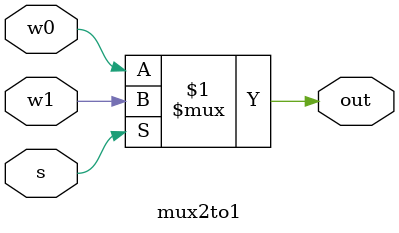
<source format=sv>
module latchD(input wire D, En, 
              output Q, nQ);
  wire DEn, nDEn;  
  nand(DEn, D, En);
  nand(nDEn, ~D, En);
  nand(Q, DEn, nQ);
  nand(nQ, nDEn, Q);
endmodule

module FFDposedge (input D, clock, 
                   output Q, nQ);
  wire clk;
  assign clk = ~clock;
  wire wl1;
  wire trash;
  latchD latch1 (D, clk, wl1, trash);
  latchD latch2 (wl1, ~clk, Q, nQ);
endmodule

module RegCargaParalela (input SerInput, load, clk,
                         input [3:0] ParInput,
                         output [3:0] Q);
  
  wire inFFD0, inFFD1, inFFD2, inFFD3;
  wire [3:0] trash;
  
  mux2to1 mux3 (SerInput, ParInput[3], load, inFFD3);
  mux2to1 mux2 (Q[3], ParInput[2], load, inFFD2);
  mux2to1 mux1 (Q[2], ParInput[1], load, inFFD1);
  mux2to1 mux0 (Q[1], ParInput[0], load, inFFD0);

  FFDposedge FFD3 (inFFD3, clk, Q[3], trash[3]);
  FFDposedge FFD2 (inFFD2, clk, Q[2], trash[2]);
  FFDposedge FFD1 (inFFD1, clk, Q[1], trash[1]);
  FFDposedge FFD0 (inFFD0, clk, Q[0], trash[0]);
  
endmodule

module mux2to1 (input w0, w1, s, 
                output out);
  
  assign out = s ? w1 : w0;
  
endmodule
  


</source>
